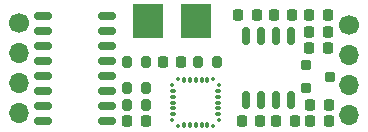
<source format=gbr>
%TF.GenerationSoftware,KiCad,Pcbnew,6.0.2+dfsg-1*%
%TF.CreationDate,2023-02-09T12:57:17+13:00*%
%TF.ProjectId,BRAWN-100_LOGIC,42524157-4e2d-4313-9030-5f4c4f474943,v1.0*%
%TF.SameCoordinates,Original*%
%TF.FileFunction,Soldermask,Top*%
%TF.FilePolarity,Negative*%
%FSLAX46Y46*%
G04 Gerber Fmt 4.6, Leading zero omitted, Abs format (unit mm)*
G04 Created by KiCad (PCBNEW 6.0.2+dfsg-1) date 2023-02-09 12:57:17*
%MOMM*%
%LPD*%
G01*
G04 APERTURE LIST*
G04 Aperture macros list*
%AMRoundRect*
0 Rectangle with rounded corners*
0 $1 Rounding radius*
0 $2 $3 $4 $5 $6 $7 $8 $9 X,Y pos of 4 corners*
0 Add a 4 corners polygon primitive as box body*
4,1,4,$2,$3,$4,$5,$6,$7,$8,$9,$2,$3,0*
0 Add four circle primitives for the rounded corners*
1,1,$1+$1,$2,$3*
1,1,$1+$1,$4,$5*
1,1,$1+$1,$6,$7*
1,1,$1+$1,$8,$9*
0 Add four rect primitives between the rounded corners*
20,1,$1+$1,$2,$3,$4,$5,0*
20,1,$1+$1,$4,$5,$6,$7,0*
20,1,$1+$1,$6,$7,$8,$9,0*
20,1,$1+$1,$8,$9,$2,$3,0*%
G04 Aperture macros list end*
%ADD10RoundRect,0.200000X-0.250000X-0.200000X0.250000X-0.200000X0.250000X0.200000X-0.250000X0.200000X0*%
%ADD11RoundRect,0.218750X-0.218750X-0.256250X0.218750X-0.256250X0.218750X0.256250X-0.218750X0.256250X0*%
%ADD12RoundRect,0.150000X0.625000X0.150000X-0.625000X0.150000X-0.625000X-0.150000X0.625000X-0.150000X0*%
%ADD13RoundRect,0.225000X0.225000X0.250000X-0.225000X0.250000X-0.225000X-0.250000X0.225000X-0.250000X0*%
%ADD14C,1.400000*%
%ADD15R,2.500000X3.000000*%
%ADD16C,1.700000*%
%ADD17O,1.700000X1.700000*%
%ADD18RoundRect,0.225000X-0.225000X-0.250000X0.225000X-0.250000X0.225000X0.250000X-0.225000X0.250000X0*%
%ADD19RoundRect,0.200000X0.200000X0.275000X-0.200000X0.275000X-0.200000X-0.275000X0.200000X-0.275000X0*%
%ADD20O,0.500000X0.300000*%
%ADD21O,0.650000X0.300000*%
%ADD22O,0.300000X0.500000*%
%ADD23O,0.300000X0.650000*%
%ADD24RoundRect,0.150000X-0.150000X0.625000X-0.150000X-0.625000X0.150000X-0.625000X0.150000X0.625000X0*%
%ADD25RoundRect,0.200000X-0.200000X-0.275000X0.200000X-0.275000X0.200000X0.275000X-0.200000X0.275000X0*%
G04 APERTURE END LIST*
D10*
%TO.C,U1*%
X212350000Y-150700000D03*
X210350000Y-151650000D03*
X210350000Y-149750000D03*
%TD*%
D11*
%TO.C,DS1*%
X198212500Y-149500000D03*
X199787500Y-149500000D03*
%TD*%
D12*
%TO.C,U4*%
X193500000Y-149405000D03*
X193500000Y-148135000D03*
X193500000Y-146865000D03*
X193500000Y-145595000D03*
X188100000Y-145595000D03*
X188100000Y-146865000D03*
X188100000Y-148135000D03*
X188100000Y-149405000D03*
%TD*%
%TO.C,U3*%
X193500000Y-154455000D03*
X193500000Y-153185000D03*
X193500000Y-151915000D03*
X193500000Y-150645000D03*
X188100000Y-150645000D03*
X188100000Y-151915000D03*
X188100000Y-153185000D03*
X188100000Y-154455000D03*
%TD*%
D13*
%TO.C,C5*%
X212175000Y-146900000D03*
X210625000Y-146900000D03*
%TD*%
D14*
%TO.C,H2*%
X201000000Y-146000000D03*
D15*
X201000000Y-146000000D03*
%TD*%
D16*
%TO.C,J2*%
X186030000Y-146190000D03*
D17*
X186030000Y-148730000D03*
X186030000Y-151270000D03*
X186030000Y-153810000D03*
%TD*%
D13*
%TO.C,C1*%
X212175000Y-148300000D03*
X210625000Y-148300000D03*
%TD*%
D18*
%TO.C,C7*%
X210725000Y-153100000D03*
X212275000Y-153100000D03*
%TD*%
%TO.C,C13*%
X195225000Y-154500000D03*
X196775000Y-154500000D03*
%TD*%
%TO.C,C11*%
X207825000Y-154500000D03*
X209375000Y-154500000D03*
%TD*%
D16*
%TO.C,J1*%
X213995000Y-146290000D03*
D17*
X213995000Y-148830000D03*
X213995000Y-151370000D03*
X213995000Y-153910000D03*
%TD*%
D19*
%TO.C,R4*%
X196825000Y-153100000D03*
X195175000Y-153100000D03*
%TD*%
D20*
%TO.C,U2*%
X202975000Y-154400000D03*
D21*
X202900000Y-153900000D03*
X202900000Y-153400000D03*
X202900000Y-152900000D03*
X202900000Y-152400000D03*
X202900000Y-151900000D03*
D20*
X202975000Y-151400000D03*
D22*
X202500000Y-150925000D03*
D23*
X202000000Y-151000000D03*
X201500000Y-151000000D03*
X201000000Y-151000000D03*
X200500000Y-151000000D03*
X200000000Y-151000000D03*
D22*
X199500000Y-150925000D03*
D20*
X199025000Y-151400000D03*
D21*
X199100000Y-151900000D03*
X199100000Y-152400000D03*
X199100000Y-152900000D03*
X199100000Y-153400000D03*
X199100000Y-153900000D03*
D20*
X199025000Y-154400000D03*
D22*
X199500000Y-154875000D03*
D23*
X200000000Y-154800000D03*
X200500000Y-154800000D03*
X201000000Y-154800000D03*
X201500000Y-154800000D03*
X202000000Y-154800000D03*
D22*
X202500000Y-154875000D03*
%TD*%
D18*
%TO.C,C6*%
X210725000Y-154500000D03*
X212275000Y-154500000D03*
%TD*%
D24*
%TO.C,U5*%
X209105000Y-147300000D03*
X207835000Y-147300000D03*
X206565000Y-147300000D03*
X205295000Y-147300000D03*
X205295000Y-152700000D03*
X206565000Y-152700000D03*
X207835000Y-152700000D03*
X209105000Y-152700000D03*
%TD*%
D18*
%TO.C,C10*%
X204625000Y-145500000D03*
X206175000Y-145500000D03*
%TD*%
D25*
%TO.C,R5*%
X195175000Y-151700000D03*
X196825000Y-151700000D03*
%TD*%
D19*
%TO.C,R6*%
X202825000Y-149500000D03*
X201175000Y-149500000D03*
%TD*%
D14*
%TO.C,H1*%
X197000000Y-146000000D03*
D15*
X197000000Y-146000000D03*
%TD*%
D13*
%TO.C,C2*%
X212175000Y-145500000D03*
X210625000Y-145500000D03*
%TD*%
D19*
%TO.C,R1*%
X196825000Y-149500000D03*
X195175000Y-149500000D03*
%TD*%
D18*
%TO.C,C8*%
X207625000Y-145500000D03*
X209175000Y-145500000D03*
%TD*%
D13*
%TO.C,C9*%
X206475000Y-154500000D03*
X204925000Y-154500000D03*
%TD*%
M02*

</source>
